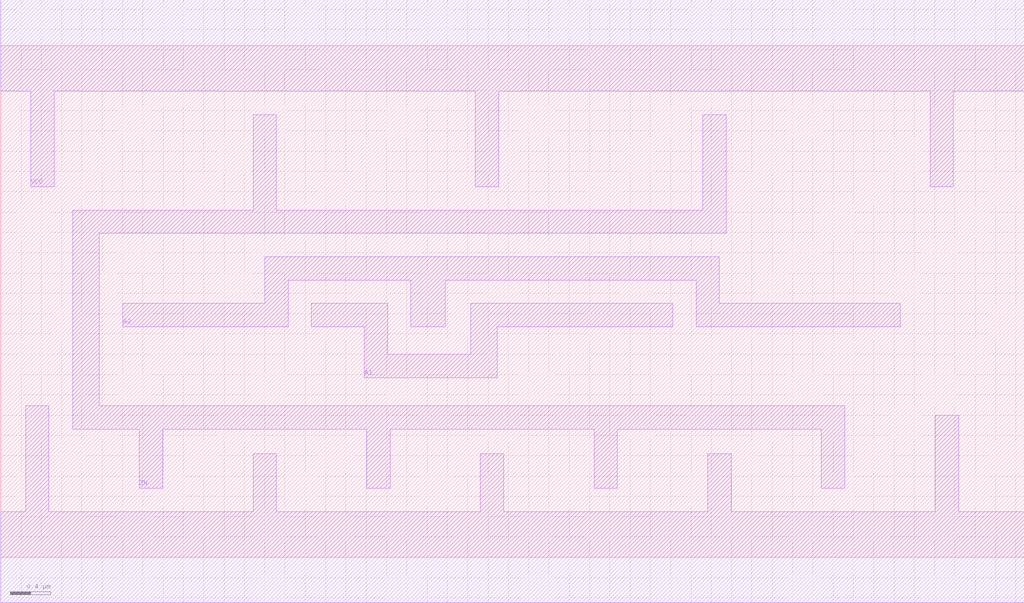
<source format=lef>
# Copyright 2022 GlobalFoundries PDK Authors
#
# Licensed under the Apache License, Version 2.0 (the "License");
# you may not use this file except in compliance with the License.
# You may obtain a copy of the License at
#
#      http://www.apache.org/licenses/LICENSE-2.0
#
# Unless required by applicable law or agreed to in writing, software
# distributed under the License is distributed on an "AS IS" BASIS,
# WITHOUT WARRANTIES OR CONDITIONS OF ANY KIND, either express or implied.
# See the License for the specific language governing permissions and
# limitations under the License.

MACRO gf180mcu_fd_sc_mcu9t5v0__nor2_4
  CLASS core ;
  FOREIGN gf180mcu_fd_sc_mcu9t5v0__nor2_4 0.0 0.0 ;
  ORIGIN 0 0 ;
  SYMMETRY X Y ;
  SITE GF018hv5v_green_sc9 ;
  SIZE 10.08 BY 5.04 ;
  PIN A1
    DIRECTION INPUT ;
    ANTENNAGATEAREA 5.868 ;
    PORT
      LAYER METAL1 ;
        POLYGON 3.06 2.27 3.58 2.27 3.58 1.77 4.89 1.77 4.89 2.27 6.62 2.27 6.62 2.5 4.63 2.5 4.63 2 3.81 2 3.81 2.5 3.06 2.5  ;
    END
  END A1
  PIN A2
    DIRECTION INPUT ;
    ANTENNAGATEAREA 5.868 ;
    PORT
      LAYER METAL1 ;
        POLYGON 1.2 2.27 2.83 2.27 2.83 2.73 4.04 2.73 4.04 2.27 4.38 2.27 4.38 2.73 6.85 2.73 6.85 2.27 8.86 2.27 8.86 2.5 7.08 2.5 7.08 2.96 2.6 2.96 2.6 2.5 1.2 2.5  ;
    END
  END A2
  PIN ZN
    DIRECTION OUTPUT ;
    ANTENNADIFFAREA 4.0913 ;
    PORT
      LAYER METAL1 ;
        POLYGON 0.71 1.26 1.365 1.26 1.365 0.68 1.595 0.68 1.595 1.26 3.605 1.26 3.605 0.68 3.835 0.68 3.835 1.26 5.845 1.26 5.845 0.68 6.075 0.68 6.075 1.26 8.085 1.26 8.085 0.68 8.315 0.68 8.315 1.49 0.97 1.49 0.97 3.19 7.145 3.19 7.145 4.36 6.915 4.36 6.915 3.42 2.715 3.42 2.715 4.36 2.485 4.36 2.485 3.42 0.71 3.42  ;
    END
  END ZN
  PIN VDD
    DIRECTION INOUT ;
    USE power ;
    SHAPE ABUTMENT ;
    PORT
      LAYER METAL1 ;
        POLYGON 0 4.59 0.295 4.59 0.295 3.65 0.525 3.65 0.525 4.59 4.675 4.59 4.675 3.65 4.905 3.65 4.905 4.59 9.155 4.59 9.155 3.65 9.385 3.65 9.385 4.59 10.08 4.59 10.08 5.49 0 5.49  ;
    END
  END VDD
  PIN VSS
    DIRECTION INOUT ;
    USE ground ;
    SHAPE ABUTMENT ;
    PORT
      LAYER METAL1 ;
        POLYGON 0 -0.45 10.08 -0.45 10.08 0.45 9.435 0.45 9.435 1.4 9.205 1.4 9.205 0.45 7.195 0.45 7.195 1.02 6.965 1.02 6.965 0.45 4.955 0.45 4.955 1.02 4.725 1.02 4.725 0.45 2.715 0.45 2.715 1.02 2.485 1.02 2.485 0.45 0.475 0.45 0.475 1.49 0.245 1.49 0.245 0.45 0 0.45  ;
    END
  END VSS
END gf180mcu_fd_sc_mcu9t5v0__nor2_4

</source>
